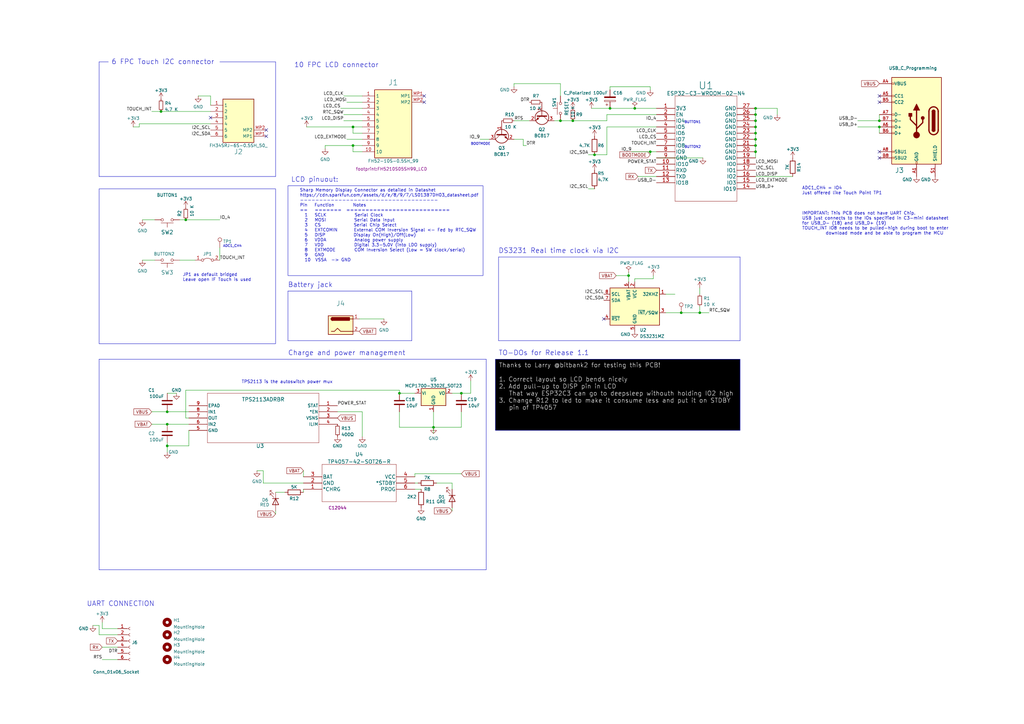
<source format=kicad_sch>
(kicad_sch (version 20230121) (generator eeschema)
  (paper "A3")
  (title_block (title "Sharp LCD 10 pin adapter with touch") (rev "1.1") (company "FASANI CORPORATION") (comment 3 "digital watch or similar project.") (comment 4 "This is an experimental project to make a small"))
  (lib_symbols
    (symbol "10_FPC:FH52-10S-0.5SH_99_"
      (property "Reference" "J" (at 21.59 7.62 0))
      (property "Value" "FH52-10S-0.5SH_99_" (at 21.59 5.08 0))
      (symbol "FH52-10S-0.5SH_99__1_1"
        (pin passive line (at 25.4 0 180) (length 5.08) (name "1") (number "1"))
        (pin passive line (at 25.4 -22.86 180) (length 5.08) (name "10") (number "10"))
        (pin passive line (at 25.4 -2.54 180) (length 5.08) (name "2") (number "2"))
        (pin passive line (at 25.4 -5.08 180) (length 5.08) (name "3") (number "3"))
        (pin passive line (at 25.4 -7.62 180) (length 5.08) (name "4") (number "4"))
        (pin passive line (at 25.4 -10.16 180) (length 5.08) (name "5") (number "5"))
        (pin passive line (at 25.4 -12.7 180) (length 5.08) (name "6") (number "6"))
        (pin passive line (at 25.4 -15.24 180) (length 5.08) (name "7") (number "7"))
        (pin passive line (at 25.4 -17.78 180) (length 5.08) (name "8") (number "8"))
        (pin passive line (at 25.4 -20.32 180) (length 5.08) (name "9") (number "9"))
        (pin passive line (at 0 0 0) (length 5.08) (name "MP1") (number "MP1"))
        (pin passive line (at 0 -2.54 0) (length 5.08) (name "MP2") (number "MP2"))
      )
    )
    (symbol "6_FPC:FH34SRJ-6S-0.5SH_50_"
      (property "Reference" "J" (at 19.05 7.62 0))
      (property "Value" "FH34SRJ-6S-0.5SH_50_" (at 19.05 5.08 0))
      (symbol "FH34SRJ-6S-0.5SH_50__1_1"
        (pin passive line (at 22.86 -12.7 180) (length 5.08) (name "1") (number "1"))
        (pin passive line (at 22.86 -10.16 180) (length 5.08) (name "2") (number "2"))
        (pin passive line (at 22.86 -7.62 180) (length 5.08) (name "3") (number "3"))
        (pin passive line (at 22.86 -5.08 180) (length 5.08) (name "4") (number "4"))
        (pin passive line (at 22.86 -2.54 180) (length 5.08) (name "5") (number "5"))
        (pin passive line (at 22.86 0 180) (length 5.08) (name "6") (number "6"))
        (pin passive line (at 0 0 0) (length 5.08) (name "MP1") (number "MP1"))
        (pin passive line (at 0 -2.54 0) (length 5.08) (name "MP2") (number "MP2"))
      )
    )
    (symbol "Connector:Conn_01x06_Socket" (pin_names (offset 1.016) hide)
      (property "Reference" "J" (at 0 7.62 0))
      (property "Value" "Conn_01x06_Socket" (at 0 -10.16 0))
      (symbol "Conn_01x06_Socket_1_1"
        (pin passive line (at -5.08 5.08 0) (length 3.81) (name "Pin_1") (number "1"))
        (pin passive line (at -5.08 2.54 0) (length 3.81) (name "Pin_2") (number "2"))
        (pin passive line (at -5.08 0 0) (length 3.81) (name "Pin_3") (number "3"))
        (pin passive line (at -5.08 -2.54 0) (length 3.81) (name "Pin_4") (number "4"))
        (pin passive line (at -5.08 -5.08 0) (length 3.81) (name "Pin_5") (number "5"))
        (pin passive line (at -5.08 -7.62 0) (length 3.81) (name "Pin_6") (number "6"))
      )
    )
    (symbol "Connector:Jack-DC" (pin_names (offset 1.016))
      (property "Reference" "J" (at 0 5.334 0))
      (property "Value" "Jack-DC" (at 0 -5.08 0))
      (symbol "Jack-DC_1_1"
        (pin passive line (at 7.62 2.54 180) (length 2.54) (name "~") (number "1"))
        (pin passive line (at 7.62 -2.54 180) (length 2.54) (name "~") (number "2"))
      )
    )
    (symbol "Connector:TestPoint" (pin_numbers hide) (pin_names (offset 0.762) hide)
      (property "Reference" "TP" (at 0 6.858 0))
      (property "Value" "TestPoint" (at 0 5.08 0))
      (symbol "TestPoint_1_1"
        (pin passive line (at 0 0 90) (length 2.54) (name "1") (number "1"))
      )
    )
    (symbol "Connector:USB_C_Receptacle_USB2.0" (pin_names (offset 1.016))
      (property "Reference" "J" (at -10.16 19.05 0))
      (property "Value" "USB_C_Receptacle_USB2.0" (at 19.05 19.05 0))
      (symbol "USB_C_Receptacle_USB2.0_1_1"
        (pin passive line (at 0 -22.86 90) (length 5.08) (name "GND") (number "A1"))
        (pin passive line (at 0 -22.86 90) (length 5.08) hide (name "GND") (number "A12"))
        (pin passive line (at 15.24 15.24 180) (length 5.08) (name "VBUS") (number "A4"))
        (pin bidirectional line (at 15.24 10.16 180) (length 5.08) (name "CC1") (number "A5"))
        (pin bidirectional line (at 15.24 -2.54 180) (length 5.08) (name "D+") (number "A6"))
        (pin bidirectional line (at 15.24 2.54 180) (length 5.08) (name "D-") (number "A7"))
        (pin bidirectional line (at 15.24 -12.7 180) (length 5.08) (name "SBU1") (number "A8"))
        (pin passive line (at 15.24 15.24 180) (length 5.08) hide (name "VBUS") (number "A9"))
        (pin passive line (at 0 -22.86 90) (length 5.08) hide (name "GND") (number "B1"))
        (pin passive line (at 0 -22.86 90) (length 5.08) hide (name "GND") (number "B12"))
        (pin passive line (at 15.24 15.24 180) (length 5.08) hide (name "VBUS") (number "B4"))
        (pin bidirectional line (at 15.24 7.62 180) (length 5.08) (name "CC2") (number "B5"))
        (pin bidirectional line (at 15.24 -5.08 180) (length 5.08) (name "D+") (number "B6"))
        (pin bidirectional line (at 15.24 0 180) (length 5.08) (name "D-") (number "B7"))
        (pin bidirectional line (at 15.24 -15.24 180) (length 5.08) (name "SBU2") (number "B8"))
        (pin passive line (at 15.24 15.24 180) (length 5.08) hide (name "VBUS") (number "B9"))
        (pin passive line (at -7.62 -22.86 90) (length 5.08) (name "SHIELD") (number "S1"))
      )
    )
    (symbol "Device:C" (pin_numbers hide) (pin_names (offset 0.254))
      (property "Reference" "C" (at 0.635 2.54 0))
      (property "Value" "C" (at 0.635 -2.54 0))
      (symbol "C_1_1"
        (pin passive line (at 0 3.81 270) (length 2.794) (name "~") (number "1"))
        (pin passive line (at 0 -3.81 90) (length 2.794) (name "~") (number "2"))
      )
    )
    (symbol "Device:C_Polarized" (pin_numbers hide) (pin_names (offset 0.254))
      (property "Reference" "C" (at 0.635 2.54 0))
      (property "Value" "C_Polarized" (at 0.635 -2.54 0))
      (symbol "C_Polarized_1_1"
        (pin passive line (at 0 3.81 270) (length 2.794) (name "~") (number "1"))
        (pin passive line (at 0 -3.81 90) (length 2.794) (name "~") (number "2"))
      )
    )
    (symbol "Device:LED" (pin_numbers hide) (pin_names (offset 1.016) hide)
      (property "Reference" "D" (at 0 2.54 0))
      (property "Value" "LED" (at 0 -2.54 0))
      (symbol "LED_1_1"
        (pin passive line (at -3.81 0 0) (length 2.54) (name "K") (number "1"))
        (pin passive line (at 3.81 0 180) (length 2.54) (name "A") (number "2"))
      )
    )
    (symbol "Device:R" (pin_numbers hide) (pin_names (offset 0))
      (property "Reference" "R" (at 2.032 0 90))
      (property "Value" "R" (at 0 0 90))
      (symbol "R_1_1"
        (pin passive line (at 0 3.81 270) (length 1.27) (name "~") (number "1"))
        (pin passive line (at 0 -3.81 90) (length 1.27) (name "~") (number "2"))
      )
    )
    (symbol "Device:R_Small" (pin_numbers hide) (pin_names (offset 0.254) hide)
      (property "Reference" "R" (at 0.762 0.508 0))
      (property "Value" "R_Small" (at 0.762 -1.016 0))
      (symbol "R_Small_1_1"
        (pin passive line (at 0 2.54 270) (length 0.762) (name "~") (number "1"))
        (pin passive line (at 0 -2.54 90) (length 0.762) (name "~") (number "2"))
      )
    )
    (symbol "ESP32-C3:ESP32-C3-WROOM-02-N4" (pin_names (offset 0.254))
      (property "Reference" "U" (at 20.32 10.16 0))
      (property "Value" "ESP32-C3-WROOM-02-N4" (at 20.32 7.62 0))
      (symbol "ESP32-C3-WROOM-02-N4_1_1"
        (pin unspecified line (at 0 0 0) (length 7.62) (name "3V3") (number "1"))
        (pin bidirectional line (at 0 -22.86 0) (length 7.62) (name "IO10") (number "10"))
        (pin unspecified line (at 0 -25.4 0) (length 7.62) (name "RXD") (number "11"))
        (pin unspecified line (at 0 -27.94 0) (length 7.62) (name "TXD") (number "12"))
        (pin bidirectional line (at 0 -30.48 0) (length 7.62) (name "IO18") (number "13"))
        (pin bidirectional line (at 40.64 -33.02 180) (length 7.62) (name "IO19") (number "14"))
        (pin bidirectional line (at 40.64 -30.48 180) (length 7.62) (name "IO3") (number "15"))
        (pin bidirectional line (at 40.64 -27.94 180) (length 7.62) (name "IO2") (number "16"))
        (pin bidirectional line (at 40.64 -25.4 180) (length 7.62) (name "IO1") (number "17"))
        (pin bidirectional line (at 40.64 -22.86 180) (length 7.62) (name "IO0") (number "18"))
        (pin power_in line (at 40.64 -20.32 180) (length 7.62) (name "GND") (number "19"))
        (pin unspecified line (at 0 -2.54 0) (length 7.62) (name "EN") (number "2"))
        (pin power_in line (at 40.64 -17.78 180) (length 7.62) (name "GND") (number "20"))
        (pin power_in line (at 40.64 -15.24 180) (length 7.62) (name "GND") (number "21"))
        (pin power_in line (at 40.64 -12.7 180) (length 7.62) (name "GND") (number "22"))
        (pin power_in line (at 40.64 -10.16 180) (length 7.62) (name "GND") (number "23"))
        (pin power_in line (at 40.64 -7.62 180) (length 7.62) (name "GND") (number "24"))
        (pin power_in line (at 40.64 -5.08 180) (length 7.62) (name "GND") (number "25"))
        (pin power_in line (at 40.64 -2.54 180) (length 7.62) (name "GND") (number "26"))
        (pin power_in line (at 40.64 0 180) (length 7.62) (name "GND") (number "27"))
        (pin bidirectional line (at 0 -5.08 0) (length 7.62) (name "IO4") (number "3"))
        (pin bidirectional line (at 0 -7.62 0) (length 7.62) (name "IO5") (number "4"))
        (pin bidirectional line (at 0 -10.16 0) (length 7.62) (name "IO6") (number "5"))
        (pin bidirectional line (at 0 -12.7 0) (length 7.62) (name "IO7") (number "6"))
        (pin bidirectional line (at 0 -15.24 0) (length 7.62) (name "IO8") (number "7"))
        (pin bidirectional line (at 0 -17.78 0) (length 7.62) (name "IO9") (number "8"))
        (pin power_in line (at 0 -20.32 0) (length 7.62) (name "GND") (number "9"))
      )
    )
    (symbol "GND_1" (power) (pin_names (offset 0))
      (property "Value" "GND_1" (at 0 -3.81 0))
      (symbol "GND_1_1_1"
        (pin power_in line (at 0 0 270) (length 0) hide (name "GND") (number "1"))
      )
    )
    (symbol "Jumper:Jumper_2_Bridged" (pin_names (offset 0) hide)
      (property "Reference" "JP" (at 0 1.905 0))
      (property "Value" "Jumper_2_Bridged" (at 0 -2.54 0))
      (symbol "Jumper_2_Bridged_1_1"
        (pin passive line (at -5.08 0 0) (length 2.54) (name "A") (number "1"))
        (pin passive line (at 5.08 0 180) (length 2.54) (name "B") (number "2"))
      )
    )
    (symbol "Mechanical:MountingHole" (pin_names (offset 1.016))
      (property "Reference" "H" (at 0 5.08 0))
      (property "Value" "MountingHole" (at 0 3.175 0))
    )
    (symbol "Regulator_Linear:MCP1700-3302E_SOT23" (pin_names (offset 0.254))
      (property "Reference" "U" (at -3.81 3.175 0))
      (property "Value" "MCP1700-3302E_SOT23" (at 0 3.175 0))
      (symbol "MCP1700-3302E_SOT23_1_1"
        (pin power_in line (at 0 -7.62 90) (length 2.54) (name "GND") (number "1"))
        (pin power_out line (at 7.62 0 180) (length 2.54) (name "VO") (number "2"))
        (pin power_in line (at -7.62 0 0) (length 2.54) (name "VI") (number "3"))
      )
    )
    (symbol "Switch:SW_Push" (pin_numbers hide) (pin_names (offset 1.016) hide)
      (property "Reference" "SW" (at 1.27 2.54 0))
      (property "Value" "SW_Push" (at 0 -1.524 0))
      (symbol "SW_Push_0_1"
        (pin passive line (at -5.08 0 0) (length 2.54) (name "1") (number "1"))
        (pin passive line (at 5.08 0 180) (length 2.54) (name "2") (number "2"))
      )
    )
    (symbol "TP4057:TP4057-42-SOT26-R" (pin_names (offset 0.254))
      (property "Reference" "U" (at 22.86 10.16 0))
      (property "Value" "TP4057-42-SOT26-R" (at 22.86 7.62 0))
      (symbol "TP4057-42-SOT26-R_1_1"
        (pin unspecified line (at 0 0 0) (length 7.62) (name "*CHRG") (number "1"))
        (pin power_in line (at 0 -2.54 0) (length 7.62) (name "GND") (number "2"))
        (pin unspecified line (at 0 -5.08 0) (length 7.62) (name "BAT") (number "3"))
        (pin power_in line (at 45.72 -5.08 180) (length 7.62) (name "VCC") (number "4"))
        (pin unspecified line (at 45.72 -2.54 180) (length 7.62) (name "*STDBY") (number "5"))
        (pin unspecified line (at 45.72 0 180) (length 7.62) (name "PROG") (number "6"))
      )
    )
    (symbol "TPS2113:TPS2113ADRBR" (pin_names (offset 0.254))
      (property "Reference" "U" (at 30.48 10.16 0))
      (property "Value" "TPS2113ADRBR" (at 30.48 7.62 0))
      (symbol "TPS2113ADRBR_0_1"
        (pin output line (at 0 0 0) (length 7.62) (name "STAT") (number "1"))
        (pin input line (at 0 -2.54 0) (length 7.62) (name "*EN") (number "2"))
        (pin input line (at 0 -5.08 0) (length 7.62) (name "VSNS") (number "3"))
        (pin input line (at 0 -7.62 0) (length 7.62) (name "ILIM") (number "4"))
        (pin power_in line (at 60.96 -10.16 180) (length 7.62) (name "GND") (number "5"))
        (pin input line (at 60.96 -7.62 180) (length 7.62) (name "IN2") (number "6"))
        (pin output line (at 60.96 -5.08 180) (length 7.62) (name "OUT") (number "7"))
        (pin input line (at 60.96 -2.54 180) (length 7.62) (name "IN1") (number "8"))
        (pin unspecified line (at 60.96 0 180) (length 7.62) (name "EPAD") (number "9"))
      )
    )
    (symbol "Timer_RTC:DS3231MZ"
      (property "Reference" "U" (at -7.62 8.89 0))
      (property "Value" "DS3231MZ" (at 11.43 8.89 0))
      (symbol "DS3231MZ_1_1"
        (pin open_collector line (at 12.7 5.08 180) (length 2.54) (name "32KHZ") (number "1"))
        (pin power_in line (at 0 10.16 270) (length 2.54) (name "VCC") (number "2"))
        (pin open_collector line (at 12.7 -2.54 180) (length 2.54) (name "~{INT}/SQW") (number "3"))
        (pin bidirectional line (at -12.7 -5.08 0) (length 2.54) (name "~{RST}") (number "4"))
        (pin power_in line (at 0 -10.16 90) (length 2.54) (name "GND") (number "5"))
        (pin power_in line (at -2.54 10.16 270) (length 2.54) (name "VBAT") (number "6"))
        (pin bidirectional line (at -12.7 2.54 0) (length 2.54) (name "SDA") (number "7"))
        (pin input line (at -12.7 5.08 0) (length 2.54) (name "SCL") (number "8"))
      )
    )
    (symbol "Transistor_BJT:BC817" (pin_names (offset 0) hide)
      (property "Reference" "Q" (at 5.08 1.905 0))
      (property "Value" "BC817" (at 5.08 0 0))
      (symbol "BC817_1_1"
        (pin input line (at -5.08 0 0) (length 5.715) (name "B") (number "1"))
        (pin passive line (at 2.54 -5.08 90) (length 2.54) (name "E") (number "2"))
        (pin passive line (at 2.54 5.08 270) (length 2.54) (name "C") (number "3"))
      )
    )
    (symbol "power:+3V3" (power) (pin_names (offset 0))
      (property "Value" "+3V3" (at 0 3.556 0))
      (symbol "+3V3_1_1"
        (pin power_in line (at 0 0 90) (length 0) hide (name "+3V3") (number "1"))
      )
    )
    (symbol "power:GND" (power) (pin_names (offset 0))
      (property "Value" "GND" (at 0 -3.81 0))
      (symbol "GND_1_1"
        (pin power_in line (at 0 0 270) (length 0) hide (name "GND") (number "1"))
      )
    )
    (symbol "power:PWR_FLAG" (power) (pin_numbers hide) (pin_names (offset 0) hide)
      (property "Value" "PWR_FLAG" (at 0 3.81 0))
      (symbol "PWR_FLAG_0_0"
        (pin power_out line (at 0 0 90) (length 0) (name "pwr") (number "1"))
      )
    )
  )
  (junction (at 234.95 49.53))
  (junction (at 309.88 46.99))
  (junction (at 309.88 59.69))
  (junction (at 250.19 44.45))
  (junction (at 163.83 161.29))
  (junction (at 266.7 62.23))
  (junction (at 257.81 113.03))
  (junction (at 260.35 44.45))
  (junction (at 68.58 182.88))
  (junction (at 76.2 90.17))
  (junction (at 309.88 52.07))
  (junction (at 144.78 59.69))
  (junction (at 68.58 168.91))
  (junction (at 309.88 62.23))
  (junction (at 189.23 161.29))
  (junction (at 177.8 175.26))
  (junction (at 243.84 63.5))
  (junction (at 229.87 49.53))
  (junction (at 279.4 128.27))
  (junction (at 360.68 49.53))
  (junction (at 287.02 128.27))
  (junction (at 309.88 57.15))
  (junction (at 309.88 54.61))
  (junction (at 68.58 173.99))
  (junction (at 144.78 52.07))
  (junction (at 309.88 49.53))
  (junction (at 309.88 44.45))
  (junction (at 360.68 52.07))
  (junction (at 66.04 45.72))
  (no_connect (at 247.65 130.81))
  (no_connect (at 360.68 41.91))
  (no_connect (at 173.99 39.37))
  (no_connect (at 109.22 53.34))
  (no_connect (at 360.68 62.23))
  (no_connect (at 360.68 64.77))
  (no_connect (at 109.22 55.88))
  (no_connect (at 360.68 39.37))
  (no_connect (at 173.99 41.91))
  (no_connect (at 86.36 48.26))
  (polyline (pts (xy 113.03 25.4) (xy 113.03 72.39)))
  (wire (pts (xy 139.7 44.45) (xy 148.59 44.45)))
  (wire (pts (xy 48.26 260.35) (xy 40.64 260.35)))
  (wire (pts (xy 273.05 120.65) (xy 276.86 120.65)))
  (wire (pts (xy 309.88 46.99) (xy 309.88 49.53)))
  (wire (pts (xy 40.64 256.54) (xy 38.1 256.54)))
  (wire (pts (xy 241.3 63.5) (xy 243.84 63.5)))
  (wire (pts (xy 57.15 50.8) (xy 57.15 52.07)))
  (wire (pts (xy 266.7 35.56) (xy 266.7 36.83)))
  (wire (pts (xy 68.58 182.88) (xy 77.47 182.88)))
  (wire (pts (xy 189.23 161.29) (xy 193.04 161.29)))
  (wire (pts (xy 287.02 128.27) (xy 290.83 128.27)))
  (wire (pts (xy 261.62 72.39) (xy 269.24 72.39)))
  (wire (pts (xy 177.8 168.91) (xy 177.8 175.26)))
  (wire (pts (xy 68.58 173.99) (xy 77.47 173.99)))
  (wire (pts (xy 266.7 62.23) (xy 269.24 62.23)))
  (wire (pts (xy 243.84 77.47) (xy 241.3 77.47)))
  (wire (pts (xy 229.87 34.29) (xy 210.82 34.29)))
  (wire (pts (xy 267.97 113.03) (xy 267.97 114.3)))
  (wire (pts (xy 77.47 171.45) (xy 76.2 171.45)))
  (wire (pts (xy 259.08 62.23) (xy 266.7 62.23)))
  (wire (pts (xy 62.23 168.91) (xy 68.58 168.91)))
  (polyline (pts (xy 40.64 25.4) (xy 44.45 25.4)))
  (wire (pts (xy 113.03 201.93) (xy 116.84 201.93)))
  (wire (pts (xy 41.91 270.51) (xy 48.26 270.51)))
  (polyline (pts (xy 118.11 119.38) (xy 168.91 119.38)))
  (wire (pts (xy 309.88 44.45) (xy 318.77 44.45)))
  (wire (pts (xy 287.02 118.11) (xy 287.02 120.65)))
  (wire (pts (xy 273.05 128.27) (xy 279.4 128.27)))
  (wire (pts (xy 269.24 44.45) (xy 260.35 44.45)))
  (polyline (pts (xy 90.17 25.4) (xy 113.03 25.4)))
  (wire (pts (xy 269.24 52.07) (xy 248.92 52.07)))
  (wire (pts (xy 309.88 52.07) (xy 309.88 54.61)))
  (wire (pts (xy 144.78 62.23) (xy 144.78 59.69)))
  (wire (pts (xy 177.8 175.26) (xy 189.23 175.26)))
  (wire (pts (xy 90.17 101.6) (xy 90.17 106.68)))
  (wire (pts (xy 248.92 52.07) (xy 248.92 63.5)))
  (wire (pts (xy 68.58 161.29) (xy 72.39 161.29)))
  (wire (pts (xy 185.42 209.55) (xy 185.42 208.28)))
  (wire (pts (xy 257.81 113.03) (xy 257.81 115.57)))
  (wire (pts (xy 142.24 41.91) (xy 148.59 41.91)))
  (wire (pts (xy 309.88 72.39) (xy 325.12 72.39)))
  (wire (pts (xy 148.59 62.23) (xy 144.78 62.23)))
  (wire (pts (xy 266.7 62.23) (xy 266.7 63.5)))
  (wire (pts (xy 86.36 50.8) (xy 57.15 50.8)))
  (wire (pts (xy 248.92 63.5) (xy 243.84 63.5)))
  (wire (pts (xy 125.73 52.07) (xy 144.78 52.07)))
  (wire (pts (xy 76.2 90.17) (xy 73.66 90.17)))
  (wire (pts (xy 309.88 44.45) (xy 309.88 46.99)))
  (wire (pts (xy 107.95 198.12) (xy 107.95 193.04)))
  (wire (pts (xy 193.04 161.29) (xy 193.04 156.21)))
  (wire (pts (xy 170.18 200.66) (xy 172.72 200.66)))
  (wire (pts (xy 250.19 44.45) (xy 260.35 44.45)))
  (wire (pts (xy 250.19 35.56) (xy 250.19 36.83)))
  (wire (pts (xy 189.23 175.26) (xy 189.23 168.91)))
  (wire (pts (xy 140.97 49.53) (xy 148.59 49.53)))
  (wire (pts (xy 133.35 59.69) (xy 133.35 60.96)))
  (polyline (pts (xy 303.53 139.7) (xy 303.53 105.41)))
  (wire (pts (xy 68.58 185.42) (xy 68.58 182.88)))
  (wire (pts (xy 40.64 260.35) (xy 40.64 256.54)))
  (wire (pts (xy 113.03 210.82) (xy 113.03 209.55)))
  (polyline (pts (xy 204.47 105.41) (xy 204.47 139.7)))
  (polyline (pts (xy 204.47 139.7) (xy 303.53 139.7)))
  (wire (pts (xy 309.88 62.23) (xy 309.88 64.77)))
  (polyline (pts (xy 113.03 72.39) (xy 40.64 72.39)))
  (wire (pts (xy 163.83 160.02) (xy 163.83 161.29)))
  (wire (pts (xy 242.57 44.45) (xy 250.19 44.45)))
  (wire (pts (xy 210.82 49.53) (xy 217.17 49.53)))
  (wire (pts (xy 257.81 111.76) (xy 257.81 113.03)))
  (wire (pts (xy 163.83 161.29) (xy 170.18 161.29)))
  (wire (pts (xy 248.92 46.99) (xy 248.92 49.53)))
  (wire (pts (xy 138.43 168.91) (xy 148.59 168.91)))
  (wire (pts (xy 288.29 64.77) (xy 269.24 64.77)))
  (polyline (pts (xy 40.64 72.39) (xy 40.64 25.4)))
  (polyline (pts (xy 40.64 147.32) (xy 40.64 233.68)))
  (wire (pts (xy 309.88 54.61) (xy 309.88 57.15)))
  (polyline (pts (xy 168.91 139.7) (xy 118.11 139.7)))
  (wire (pts (xy 144.78 52.07) (xy 148.59 52.07)))
  (wire (pts (xy 58.42 90.17) (xy 63.5 90.17)))
  (wire (pts (xy 41.91 257.81) (xy 48.26 257.81)))
  (wire (pts (xy 76.2 160.02) (xy 163.83 160.02)))
  (wire (pts (xy 73.66 106.68) (xy 80.01 106.68)))
  (wire (pts (xy 266.7 35.56) (xy 250.19 35.56)))
  (wire (pts (xy 179.07 198.12) (xy 185.42 198.12)))
  (wire (pts (xy 196.85 57.15) (xy 200.66 57.15)))
  (wire (pts (xy 351.79 49.53) (xy 360.68 49.53)))
  (wire (pts (xy 229.87 49.53) (xy 234.95 49.53)))
  (wire (pts (xy 309.88 57.15) (xy 309.88 59.69)))
  (wire (pts (xy 229.87 39.37) (xy 229.87 34.29)))
  (wire (pts (xy 107.95 198.12) (xy 124.46 198.12)))
  (wire (pts (xy 171.45 198.12) (xy 170.18 198.12)))
  (wire (pts (xy 41.91 265.43) (xy 48.26 265.43)))
  (polyline (pts (xy 40.64 147.32) (xy 199.39 147.32)))
  (wire (pts (xy 81.28 39.37) (xy 86.36 39.37)))
  (polyline (pts (xy 168.91 119.38) (xy 168.91 139.7)))
  (wire (pts (xy 185.42 161.29) (xy 189.23 161.29)))
  (wire (pts (xy 177.8 175.26) (xy 177.8 177.8)))
  (wire (pts (xy 351.79 52.07) (xy 360.68 52.07)))
  (wire (pts (xy 58.42 106.68) (xy 63.5 106.68)))
  (polyline (pts (xy 204.47 105.41) (xy 303.53 105.41)))
  (wire (pts (xy 62.23 45.72) (xy 66.04 45.72)))
  (wire (pts (xy 267.97 114.3) (xy 260.35 114.3)))
  (wire (pts (xy 68.58 182.88) (xy 68.58 181.61)))
  (wire (pts (xy 214.63 59.69) (xy 214.63 57.15)))
  (wire (pts (xy 227.33 49.53) (xy 229.87 49.53)))
  (wire (pts (xy 163.83 168.91) (xy 163.83 175.26)))
  (wire (pts (xy 57.15 52.07) (xy 54.61 52.07)))
  (wire (pts (xy 90.17 90.17) (xy 76.2 90.17)))
  (wire (pts (xy 260.35 114.3) (xy 260.35 115.57)))
  (wire (pts (xy 360.68 52.07) (xy 360.68 54.61)))
  (wire (pts (xy 148.59 168.91) (xy 148.59 179.07)))
  (wire (pts (xy 124.46 193.04) (xy 124.46 195.58)))
  (wire (pts (xy 66.04 45.72) (xy 86.36 45.72)))
  (wire (pts (xy 215.9 59.69) (xy 214.63 59.69)))
  (wire (pts (xy 170.18 194.31) (xy 170.18 195.58)))
  (wire (pts (xy 41.91 255.27) (xy 41.91 257.81)))
  (wire (pts (xy 62.23 173.99) (xy 68.58 173.99)))
  (wire (pts (xy 189.23 194.31) (xy 170.18 194.31)))
  (wire (pts (xy 86.36 39.37) (xy 86.36 43.18)))
  (polyline (pts (xy 118.11 119.38) (xy 118.11 139.7)))
  (polyline (pts (xy 40.64 233.68) (xy 199.39 233.68)))
  (wire (pts (xy 309.88 59.69) (xy 309.88 62.23)))
  (wire (pts (xy 318.77 44.45) (xy 318.77 46.99)))
  (wire (pts (xy 210.82 34.29) (xy 210.82 35.56)))
  (wire (pts (xy 68.58 168.91) (xy 77.47 168.91)))
  (wire (pts (xy 185.42 198.12) (xy 185.42 200.66)))
  (wire (pts (xy 76.2 171.45) (xy 76.2 160.02)))
  (wire (pts (xy 360.68 49.53) (xy 360.68 46.99)))
  (wire (pts (xy 140.97 46.99) (xy 148.59 46.99)))
  (wire (pts (xy 144.78 59.69) (xy 133.35 59.69)))
  (wire (pts (xy 147.32 130.81) (xy 157.48 130.81)))
  (wire (pts (xy 124.46 201.93) (xy 124.46 200.66)))
  (wire (pts (xy 144.78 54.61) (xy 144.78 52.07)))
  (wire (pts (xy 140.97 39.37) (xy 148.59 39.37)))
  (wire (pts (xy 148.59 59.69) (xy 144.78 59.69)))
  (wire (pts (xy 252.73 113.03) (xy 257.81 113.03)))
  (polyline (pts (xy 199.39 233.68) (xy 199.39 147.32)))
  (wire (pts (xy 163.83 175.26) (xy 177.8 175.26)))
  (wire (pts (xy 210.82 57.15) (xy 214.63 57.15)))
  (wire (pts (xy 309.88 49.53) (xy 309.88 52.07)))
  (wire (pts (xy 142.24 57.15) (xy 148.59 57.15)))
  (wire (pts (xy 269.24 46.99) (xy 248.92 46.99)))
  (wire (pts (xy 148.59 54.61) (xy 144.78 54.61)))
  (wire (pts (xy 107.95 193.04) (xy 105.41 193.04)))
  (wire (pts (xy 248.92 49.53) (xy 234.95 49.53)))
  (wire (pts (xy 287.02 125.73) (xy 287.02 128.27)))
  (wire (pts (xy 77.47 182.88) (xy 77.47 176.53)))
  (wire (pts (xy 279.4 128.27) (xy 287.02 128.27)))
  (rectangle (start 40.64 77.47) (end 113.03 140.97))
  (text_box "Thanks to Larry @bitbank2 for testing this PCB!\n\n1. Correct layout so LCD bends nicely\n2. Add pull-up to DISP pin in LCD \n   That way ESP32C3 can go to deepsleep withouth holding IO2 high\n3. Change R12 to led to make it consume less and put it on STDBY\n   pin of TP4057\n" (at 203.2 147.32 0) (size 100.33 29.21) (fill (type color) (color 0 0 0 1)) (effects (font (size 1.8 1.8)) (justify left top)))
  (text_box "    Sharp Memory Display Connector as detailed in Datashet\n    https://cdn.sparkfun.com/assets/d/e/8/9/7/LS013B7DH03_datasheet.pdf\n    ------------------------------------\n    Pin   Function        Notes\n    ==   =======  ===========================\n      1   SCLK            Serial Clock\n      2   MOSI            Serial Data Input\n      3   CS              Serial Chip Select\n      4   EXTCOMIN       External COM Inversion Signal <- Fed by RTC_SQW\n      5   DISP            Display On(High)/Off(Low)\n      6   VDDA            Analog power supply\n      7   VDD             Digital 3.3-5.0V (into LDO supply)\n      8   EXTMODE        COM Inversion Select (Low = SW clock/serial)\n      9   GND\n      10  VSSA  -> GND" (at 118.11 76.2 0) (size 80.01 36.83) (effects (font (size 1.27 1.27)) (justify left top)))
  (text "TPS2113 is the autoswitch power mux" (at 99.06 157.48 0) (effects (font (size 1.27 1.27)) (justify left bottom)))
  (text "DS3231 Real time clock via I2C" (at 204.47 104.14 0) (effects (font (size 2 2)) (justify left bottom)))
  (text "UART CONNECTION" (at 35.56 248.92 0) (effects (font (size 2 2)) (justify left bottom)))
  (text "10 FPC LCD connector" (at 120.65 27.94 0) (effects (font (size 2 2)) (justify left bottom)))
  (text "JP1 as default bridged\nLeave open IF Touch is used" (at 74.93 115.57 0) (effects (font (size 1.27 1.27)) (justify left bottom)))
  (text "TO-DOs for Release 1.1" (at 204.47 146.05 0) (effects (font (size 2 2)) (justify left bottom)))
  (text "Battery jack" (at 118.11 118.11 0) (effects (font (size 2 2)) (justify left bottom)))
  (text "ADC1_CH4" (at 91.44 101.6 0) (effects (font (size 1 1)) (justify left bottom)))
  (text "BUTTON2" (at 280.67 60.96 0) (effects (font (size 1 1)) (justify left bottom)))
  (text "LCD pinuout:" (at 119.38 74.93 0) (effects (font (size 2 2)) (justify left bottom)))
  (text "6 FPC Touch I2C connector" (at 45.72 26.67 0) (effects (font (size 2 2)) (justify left bottom)))
  (text "BOOTMODE" (at 193.04 59.69 0) (effects (font (size 1 1)) (justify left bottom)))
  (text "ADC1_CH4 = IO4\nJust offered like Touch Point TP1" (at 328.93 80.01 0) (effects (font (size 1.27 1.27)) (justify left bottom)))
  (text "IMPORTANT: This PCB does not have UART Chip.\nUSB just connects to the IOs specified in C3-mini datasheet\nfor USB_D- (18) and USB_D+ (19)\nTOUCH_INT IO8 needs to be pulled-high during boot to enter\n          download mode and be able to program the MCU" (at 328.93 96.52 0) (effects (font (size 1.27 1.27)) (justify left bottom)))
  (text "Charge and power management" (at 118.11 146.05 0) (effects (font (size 2 2)) (justify left bottom)))
  (text "BUTTON1" (at 280.67 50.8 0) (effects (font (size 1 1)) (justify left bottom)))
  (label "I2C_SCL" (at 241.3 77.47 180))
  (label "DTR" (at 217.17 41.91 180))
  (label "DTR" (at 48.26 267.97 180))
  (label "DTR" (at 215.9 59.69 0))
  (label "IO_9" (at 259.08 62.23 180))
  (label "RTS" (at 214.63 49.53 180))
  (label "IO_9" (at 196.85 57.15 180))
  (label "LCD_CLK" (at 140.97 39.37 180))
  (label "LCD_EXTMODE" (at 142.24 57.15 180))
  (label "POWER_STAT" (at 269.24 67.31 180))
  (label "RTC_SQW" (at 290.83 128.27 0))
  (label "RTC_SQW" (at 140.97 46.99 180))
  (label "USB_D+" (at 351.79 52.07 180))
  (label "I2C_SCL" (at 86.36 53.34 180))
  (label "TOUCH_INT" (at 90.17 106.68 0))
  (label "I2C_SDA" (at 241.3 63.5 180))
  (label "LCD_CS" (at 139.7 44.45 180))
  (label "IO_4" (at 90.17 90.17 0))
  (label "LCD_CLK" (at 269.24 54.61 180))
  (label "I2C_SDA" (at 86.36 55.88 180))
  (label "LCD_MOSI" (at 142.24 41.91 180))
  (label "POWER_STAT" (at 138.43 166.37 0))
  (label "USB_D-" (at 351.79 49.53 180))
  (label "I2C_SDA" (at 247.65 123.19 180))
  (label "LCD_CS" (at 269.24 57.15 180))
  (label "LCD_DISP" (at 140.97 49.53 180))
  (label "I2C_SCL" (at 247.65 120.65 180))
  (label "I2C_SCL" (at 309.88 69.85 0))
  (label "LCD_DISP" (at 309.88 72.39 0))
  (label "USB_D+" (at 309.88 77.47 0))
  (label "USB_D-" (at 269.24 74.93 180))
  (label "TOUCH_INT" (at 269.24 59.69 180))
  (label "IO_4" (at 269.24 49.53 180))
  (label "LCD_EXTMODE" (at 309.88 74.93 0))
  (label "LCD_MOSI" (at 309.88 67.31 0))
  (label "TOUCH_INT" (at 62.23 45.72 180))
  (label "RTS" (at 41.91 270.51 180))
  (global_label "TX" (shape input) (at 48.26 262.89 180) (property "Intersheetrefs" "${INTERSHEET_REFS}" (effects hide)))
  (global_label "TX" (shape input) (at 269.24 69.85 180) (property "Intersheetrefs" "${INTERSHEET_REFS}" (effects hide)))
  (global_label "VBUS" (shape input) (at 62.23 168.91 180) (property "Intersheetrefs" "${INTERSHEET_REFS}" (effects hide)))
  (global_label "RX" (shape input) (at 261.62 72.39 180) (property "Intersheetrefs" "${INTERSHEET_REFS}" (effects hide)))
  (global_label "RX" (shape input) (at 41.91 265.43 180) (property "Intersheetrefs" "${INTERSHEET_REFS}" (effects hide)))
  (global_label "VBUS" (shape input) (at 138.43 171.45 0) (property "Intersheetrefs" "${INTERSHEET_REFS}" (effects hide)))
  (global_label "VBAT" (shape input) (at 252.73 113.03 180) (property "Intersheetrefs" "${INTERSHEET_REFS}" (effects hide)))
  (global_label "VBAT" (shape input) (at 147.32 135.89 0) (property "Intersheetrefs" "${INTERSHEET_REFS}" (effects hide)))
  (global_label "VBUS" (shape input) (at 360.68 34.29 180) (property "Intersheetrefs" "${INTERSHEET_REFS}" (effects hide)))
  (global_label "VBAT" (shape input) (at 124.46 193.04 180) (property "Intersheetrefs" "${INTERSHEET_REFS}" (effects hide)))
  (global_label "VBUS" (shape input) (at 185.42 209.55 180) (property "Intersheetrefs" "${INTERSHEET_REFS}" (effects hide)))
  (global_label "VBUS" (shape input) (at 113.03 210.82 180) (property "Intersheetrefs" "${INTERSHEET_REFS}" (effects hide)))
  (global_label "VBAT" (shape input) (at 62.23 173.99 180) (property "Intersheetrefs" "${INTERSHEET_REFS}" (effects hide)))
  (global_label "VBUS" (shape input) (at 189.23 194.31 0) (property "Intersheetrefs" "${INTERSHEET_REFS}" (effects hide)))
  (global_label "BOOTMODE" (shape input) (at 266.7 63.5 180) (property "Intersheetrefs" "${INTERSHEET_REFS}" (effects hide)))
  (symbol (lib_id "Device:C") (at 163.83 165.1 0) (unit 1)
    (property "Reference" "C18" (at 170.18 163.83 0) (effects (justify right)))
    (property "Value" "10uF" (at 171.45 166.37 0) (effects (justify right)))
    (property "Footprint" "Capacitor_SMD:C_0805_2012Metric" (effects hide))
    (property "LCSC" "C15850" (effects hide))
  )
  (symbol (lib_id "power:GND") (at 157.48 130.81 0) (unit 1)
    (property "Reference" "#PWR033" (effects hide))
    (property "Value" "GND" (at 157.48 135.3725 0))
  )
  (symbol (lib_id "power:GND") (at 148.59 179.07 0) (unit 1)
    (property "Reference" "#PWR026" (effects hide))
    (property "Value" "GND" (at 148.59 182.88 0))
  )
  (symbol (lib_id "power:+3V3") (at 243.84 69.85 0) (unit 1)
    (property "Reference" "#PWR011" (effects hide))
    (property "Value" "+3V3" (at 243.84 66.2742 0))
  )
  (symbol (lib_id "power:+3V3") (at 234.95 44.45 0) (unit 1)
    (property "Reference" "#PWR027" (effects hide))
    (property "Value" "+3V3" (at 234.95 40.8742 0))
  )
  (symbol (lib_id "power:+3V3") (at 243.84 55.88 0) (unit 1)
    (property "Reference" "#PWR010" (effects hide))
    (property "Value" "+3V3" (at 243.84 52.3042 0))
  )
  (symbol (lib_id "Transistor_BJT:BC817") (at 222.25 46.99 270) (unit 1)
    (property "Reference" "Q2" (at 222.25 53.1098 90))
    (property "Value" "BC817" (at 222.25 55.6467 90))
    (property "Footprint" "Package_TO_SOT_SMD:SOT-23" (effects hide))
    (property "Datasheet" "https://www.onsemi.com/pub/Collateral/BC818-D.pdf" (effects hide))
    (property "LCSC" "C146798" (effects hide))
  )
  (symbol (lib_id "6_FPC:FH34SRJ-6S-0.5SH_50_") (at 109.22 55.88 180) (unit 1)
    (property "Reference" "J2" (at 97.79 62.23 0) (effects (font (size 2 2))))
    (property "Value" "FH34SRJ-6S-0.5SH_50_" (at 97.79 59.69 0))
    (property "Footprint" "footprint:FH34SRJ-6S-0.5SH50-Hirose" (effects hide))
    (property "Datasheet" "https://www.hirose.com/product/download/?distributor=digikey&type=2d&lang=en&num=FH34SRJ-6S-0.5SH(50)" (effects hide))
    (property "Height" "1.1" (effects hide))
    (property "Manufacturer_Name" "Hirose" (effects hide))
    (property "Manufacturer_Part_Number" "FH34SRJ-6S-0.5SH(50)" (effects hide))
    (property "JLCPCB Part #" "C224194" (effects hide))
    (property "Mouser Price/Stock" "https://www.mouser.co.uk/ProductDetail/Hirose-Connector/FH34SRJ-6S-0.5SH50?qs=vnk2wBG9e15jF3vv7p0sbw%3D%3D" (effects hide))
  )
  (symbol (lib_id "Switch:SW_Push") (at 68.58 106.68 180) (unit 1)
    (property "Reference" "SW3" (at 68.58 111.76 0) (effects (font (size 1.6 1.6))))
    (property "Value" "BUTTON2" (at 67.31 104.14 0))
    (property "Footprint" "footprint:Alps_SKRK" (effects hide))
    (property "LCSC" " C202388" (effects hide))
  )
  (symbol (lib_id "Device:R_Small") (at 234.95 46.99 0) (unit 1)
    (property "Reference" "R9" (at 236.22 46.99 0) (effects (justify left)))
    (property "Value" "10 K" (at 234.95 48.26 90) (effects (justify left)))
    (property "Footprint" "Resistor_SMD:R_0603_1608Metric" (effects hide))
    (property "Datasheet" "https://datasheet.lcsc.com/lcsc/2206010045_UNI-ROYAL-Uniroyal-Elec-0603WAF1002T5E_C25804.pdf" (effects hide))
    (property "LCSC" "C25804" (effects hide))
  )
  (symbol (lib_id "TP4057:TP4057-42-SOT26-R") (at 124.46 200.66 0) (mirror x) (unit 1)
    (property "Reference" "U4" (at 147.32 186.3524 0) (effects (font (size 1.524 1.524))))
    (property "Value" "TP4057-42-SOT26-R" (at 147.32 189.3458 0) (effects (font (size 1.524 1.524))))
    (property "Footprint" "footprint:TP4057-42-SOT26-R" (effects hide))
    (property "Datasheet" "https://jlcpcb.com/partdetail/12599-TP4057_42_SOT26R/C12044" (effects hide))
    (property "LCSC" "C12044" (at 138.43 208.28 0))
  )
  (symbol (lib_id "power:+3V3") (at 325.12 64.77 0) (unit 1)
    (property "Reference" "#PWR019" (effects hide))
    (property "Value" "+3V3" (at 325.12 61.1942 0))
  )
  (symbol (lib_id "power:GND") (at 210.82 35.56 0) (unit 1)
    (property "Reference" "#PWR023" (effects hide))
    (property "Value" "GND" (at 207.01 36.83 0))
  )
  (symbol (lib_id "TPS2113:TPS2113ADRBR") (at 138.43 166.37 0) (mirror y) (unit 1)
    (property "Reference" "U3" (at 106.68 182.88 0) (effects (font (size 1.524 1.524))))
    (property "Value" "TPS2113ADRBR" (at 107.95 163.83 0) (effects (font (size 1.524 1.524))))
    (property "Footprint" "DRB8_2P4X1P65" (effects hide))
    (property "Datasheet" "TPS2113ADRBR" (effects hide))
  )
  (symbol (lib_id "Device:R") (at 120.65 201.93 90) (unit 1)
    (property "Reference" "R12" (at 120.65 204.47 90))
    (property "Value" "5K" (at 120.65 199.7511 90))
    (property "Footprint" "Resistor_SMD:R_0603_1608Metric" (effects hide))
    (property "LCSC" "C23046" (effects hide))
  )
  (symbol (lib_id "power:PWR_FLAG") (at 257.81 111.76 0) (unit 1)
    (property "Reference" "#FLG01" (effects hide))
    (property "Value" "PWR_FLAG" (at 259.08 107.95 0))
  )
  (symbol (lib_id "Connector:Jack-DC") (at 139.7 133.35 0) (unit 1)
    (property "Reference" "J4" (at 139.7 124.46 0) (effects (font (size 2 2))))
    (property "Value" "Jack-DC" (effects hide))
    (property "Footprint" "Connector_JST:JST_ACH_BM02B-ACHSS-GAN-ETF_1x02-1MP_P1.20mm_Vertical" (effects hide))
  )
  (symbol (lib_name "GND_1") (lib_id "power:GND") (at 375.92 72.39 0) (unit 1)
    (property "Reference" "#PWR031" (effects hide))
    (property "Value" "GND" (at 372.11 73.66 0))
  )
  (symbol (lib_id "power:GND") (at 266.7 36.83 0) (unit 1)
    (property "Reference" "#PWR028" (effects hide))
    (property "Value" "GND" (at 262.89 38.1 0))
  )
  (symbol (lib_id "power:GND") (at 138.43 179.07 0) (unit 1)
    (property "Reference" "#PWR025" (effects hide))
    (property "Value" "GND" (at 138.43 182.88 0))
  )
  (symbol (lib_id "Device:R") (at 325.12 68.58 180) (unit 1)
    (property "Reference" "R14" (at 327.66 68.58 90))
    (property "Value" "7K" (at 322.9411 68.58 90))
    (property "Footprint" "Resistor_SMD:R_0603_1608Metric" (effects hide))
    (property "Datasheet" "https://jlcpcb.com/partdetail/VikingTech-ARG03FTC6981/C218131" (effects hide))
    (property "LCSC" "C218131" (effects hide))
  )
  (symbol (lib_id "Device:R_Small") (at 219.71 41.91 270) (unit 1)
    (property "Reference" "R7" (at 218.44 39.37 90) (effects (justify left)))
    (property "Value" "10 K" (at 217.17 44.45 90) (effects (justify left)))
    (property "Footprint" "Resistor_SMD:R_0603_1608Metric" (effects hide))
    (property "Datasheet" "https://datasheet.lcsc.com/lcsc/2206010045_UNI-ROYAL-Uniroyal-Elec-0603WAF1002T5E_C25804.pdf" (effects hide))
    (property "LCSC" "C25804" (effects hide))
  )
  (symbol (lib_id "Mechanical:MountingHole") (at 68.58 260.35 0) (unit 1) (in_bom no)
    (property "Reference" "H2" (at 71.12 259.4415 0) (effects (justify left)))
    (property "Value" "MountingHole" (at 71.12 262.2166 0) (effects (justify left)))
    (property "Footprint" "MountingHole:MountingHole_2.1mm" (effects hide))
  )
  (symbol (lib_id "power:GND") (at 177.8 175.26 0) (unit 1)
    (property "Reference" "#PWR0106" (effects hide))
    (property "Value" "GND" (at 177.8 179.8225 0))
  )
  (symbol (lib_id "Device:LED") (at 113.03 205.74 270) (unit 1)
    (property "Reference" "D6" (at 110.109 205.061 90) (effects (justify right)))
    (property "Value" "RED" (at 110.49 207.01 90) (effects (justify right)))
    (property "Footprint" "LED_SMD:LED_0805_2012Metric" (effects hide))
    (property "Datasheet" "https://jlcpcb.com/partdetail/85425-NCD0805R1/C84256" (effects hide))
    (property "LCSC" "C84256" (effects hide))
  )
  (symbol (lib_id "Transistor_BJT:BC817") (at 205.74 54.61 90) (mirror x) (unit 1)
    (property "Reference" "Q3" (at 205.74 60.7298 90))
    (property "Value" "BC817" (at 205.74 63.2667 90))
    (property "Footprint" "Package_TO_SOT_SMD:SOT-23" (effects hide))
    (property "Datasheet" "https://www.onsemi.com/pub/Collateral/BC818-D.pdf" (effects hide))
    (property "LCSC" "C146798" (effects hide))
  )
  (symbol (lib_id "power:GND") (at 288.29 64.77 0) (unit 1)
    (property "Reference" "#PWR018" (effects hide))
    (property "Value" "GND" (at 284.48 66.04 0))
  )
  (symbol (lib_id "power:GND") (at 58.42 90.17 0) (unit 1)
    (property "Reference" "#PWR04" (effects hide))
    (property "Value" "GND" (at 58.42 94.6134 0))
  )
  (symbol (lib_id "ESP32-C3:ESP32-C3-WROOM-02-N4") (at 269.24 44.45 0) (unit 1)
    (property "Reference" "U1" (at 289.56 35.0817 0) (effects (font (size 3 3))))
    (property "Value" "ESP32-C3-WROOM-02-N4" (at 289.56 38.3046 0) (effects (font (size 1.524 1.524))))
    (property "Footprint" "footprint:ESP32-C3-WROOM-02-N4" (effects hide))
  )
  (symbol (lib_id "power:+3V3") (at 287.02 118.11 0) (unit 1)
    (property "Reference" "#PWR08" (effects hide))
    (property "Value" "+3V3" (at 287.02 114.5342 0))
  )
  (symbol (lib_id "power:+3V3") (at 242.57 44.45 0) (unit 1)
    (property "Reference" "#PWR0103" (effects hide))
    (property "Value" "+3V3" (at 242.57 40.8742 0))
  )
  (symbol (lib_id "Device:R_Small") (at 76.2 87.63 0) (unit 1)
    (property "Reference" "R2" (at 73.66 88.9 90) (effects (justify left)))
    (property "Value" "10 K" (at 78.74 88.9 90) (effects (justify left)))
    (property "Footprint" "Resistor_SMD:R_0603_1608Metric" (effects hide))
    (property "Datasheet" "https://datasheet.lcsc.com/lcsc/2206010045_UNI-ROYAL-Uniroyal-Elec-0603WAF1002T5E_C25804.pdf" (effects hide))
    (property "LCSC" "C25804" (effects hide))
  )
  (symbol (lib_id "Mechanical:MountingHole") (at 68.58 270.51 0) (unit 1) (in_bom no)
    (property "Reference" "H4" (at 71.12 269.6015 0) (effects (justify left)))
    (property "Value" "MountingHole" (at 71.12 272.3766 0) (effects (justify left)))
    (property "Footprint" "MountingHole:MountingHole_2.1mm" (effects hide))
  )
  (symbol (lib_id "Switch:SW_Push") (at 229.87 44.45 90) (unit 1)
    (property "Reference" "SW1" (at 227.33 41.91 0))
    (property "Value" "RESET" (at 232.41 44.45 0))
    (property "Footprint" "footprint:Alps_SKRK" (effects hide))
    (property "LCSC" " C202388" (effects hide))
  )
  (symbol (lib_id "power:+3V3") (at 76.2 85.09 0) (unit 1)
    (property "Reference" "#PWR01" (effects hide))
    (property "Value" "+3V3" (at 76.2 81.5142 0))
  )
  (symbol (lib_id "Device:R_Small") (at 138.43 176.53 0) (unit 1)
    (property "Reference" "R13" (at 139.9286 175.6953 0) (effects (justify left)))
    (property "Value" "400Ω" (at 139.9286 178.2322 0) (effects (justify left)))
    (property "Footprint" "Resistor_SMD:R_0603_1608Metric" (effects hide))
    (property "LCSC" "C23151" (effects hide))
  )
  (symbol (lib_id "Regulator_Linear:MCP1700-3302E_SOT23") (at 177.8 161.29 0) (unit 1)
    (property "Reference" "U5" (at 177.8 155.6852 0))
    (property "Value" "MCP1700-3302E_SOT23" (at 177.8 158.2221 0))
    (property "Footprint" "Package_TO_SOT_SMD:SOT-23" (effects hide))
    (property "Datasheet" "http://ww1.microchip.com/downloads/en/DeviceDoc/20001826D.pdf" (effects hide))
    (property "LCSC" "C39051" (effects hide))
  )
  (symbol (lib_id "power:GND") (at 133.35 60.96 0) (unit 1)
    (property "Reference" "#PWR02" (effects hide))
    (property "Value" "GND" (at 133.35 65.4034 0))
  )
  (symbol (lib_id "Device:C") (at 68.58 177.8 0) (unit 1)
    (property "Reference" "C2" (at 63.5 177.8 0) (effects (justify right)))
    (property "Value" "100uF" (at 67.31 180.34 0) (effects (justify right)))
    (property "Footprint" "Capacitor_SMD:C_0805_2012Metric" (effects hide))
    (property "LCSC" "C49678" (effects hide))
  )
  (symbol (lib_id "Switch:SW_Push") (at 68.58 90.17 180) (unit 1)
    (property "Reference" "SW2" (at 68.58 95.25 0) (effects (font (size 1.6 1.6))))
    (property "Value" "BUTTON1" (at 68.58 80.01 0))
    (property "Footprint" "footprint:Alps_SKRK" (effects hide))
    (property "LCSC" " C202388" (effects hide))
  )
  (symbol (lib_id "Timer_RTC:DS3231MZ") (at 260.35 125.73 0) (unit 1)
    (property "Reference" "U2" (at 262.3694 135.3804 0) (effects (justify left)))
    (property "Value" "DS3231MZ" (at 262.3694 137.9173 0) (effects (justify left)))
    (property "Footprint" "Package_SO:SOIC-8_3.9x4.9mm_P1.27mm" (effects hide))
    (property "Datasheet" "http://datasheets.maximintegrated.com/en/ds/DS3231M.pdf" (effects hide))
    (property "LCSC" "C107410" (effects hide))
  )
  (symbol (lib_id "power:GND") (at 68.58 185.42 0) (unit 1)
    (property "Reference" "#PWR024" (effects hide))
    (property "Value" "GND" (at 71.12 185.42 0))
  )
  (symbol (lib_id "power:+3V3") (at 54.61 52.07 0) (unit 1)
    (property "Reference" "#PWR021" (effects hide))
    (property "Value" "+3V3" (at 54.61 48.4942 0))
  )
  (symbol (lib_id "Mechanical:MountingHole") (at 68.58 255.27 0) (unit 1) (in_bom no)
    (property "Reference" "H1" (at 71.12 254.3615 0) (effects (justify left)))
    (property "Value" "MountingHole" (at 71.12 257.1366 0) (effects (justify left)))
    (property "Footprint" "MountingHole:MountingHole_2.1mm" (effects hide))
  )
  (symbol (lib_id "Device:R_Small") (at 208.28 49.53 270) (unit 1)
    (property "Reference" "R10" (at 207.01 46.99 90) (effects (justify left)))
    (property "Value" "10 K" (at 207.01 52.07 90) (effects (justify left)))
    (property "Footprint" "Resistor_SMD:R_0603_1608Metric" (effects hide))
    (property "Datasheet" "https://datasheet.lcsc.com/lcsc/2206010045_UNI-ROYAL-Uniroyal-Elec-0603WAF1002T5E_C25804.pdf" (effects hide))
    (property "LCSC" "C25804" (effects hide))
  )
  (symbol (lib_id "Device:C") (at 68.58 165.1 0) (unit 1)
    (property "Reference" "C1" (at 63.5 160.02 0) (effects (justify right)))
    (property "Value" "100uF" (at 67.31 162.56 0) (effects (justify right)))
    (property "Footprint" "Capacitor_SMD:C_0805_2012Metric" (effects hide))
    (property "LCSC" "C49678" (effects hide))
  )
  (symbol (lib_id "power:+3V3") (at 41.91 255.27 0) (unit 1)
    (property "Reference" "#PWR014" (effects hide))
    (property "Value" "+3V3" (at 41.91 251.6942 0))
  )
  (symbol (lib_id "power:+3V3") (at 66.04 40.64 0) (unit 1)
    (property "Reference" "#PWR05" (effects hide))
    (property "Value" "+3V3" (at 66.04 37.0642 0))
  )
  (symbol (lib_id "10_FPC:FH52-10S-0.5SH_99_") (at 173.99 39.37 0) (mirror y) (unit 1)
    (property "Reference" "J1" (at 161.29 33.8201 0) (effects (font (size 2.3 2.3))))
    (property "Value" "FH52-10S-0.5SH_99" (at 161.29 66.04 0))
    (property "Footprint" "footprint:FH5210S05SH99_LCD" (at 175.26 68.58 0) (effects (justify left top)))
    (property "Datasheet" "https://www.hirose.com/en/product/document?clcode=CL0580-3306-6-99&productname=FH52-10S-0.5SH(99)&series=FH52&documenttype=Catalog&lang=en&documentid=en_FH52_CAT" (effects hide))
    (property "Height" "2.2" (effects hide))
    (property "Manufacturer_Name" "Hirose" (effects hide))
    (property "Manufacturer_Part_Number" "FH52-10S-0.5SH(99)" (effects hide))
    (property "JLCPCB Part #" "C598038" (effects hide))
    (property "Mouser Price/Stock" "https://www.mouser.co.uk/ProductDetail/Hirose-Connector/FH52-10S-05SH99?qs=x%2FqqGkZFGGtouL7%2FkARFOg%3D%3D" (effects hide))
  )
  (symbol (lib_id "Connector:TestPoint") (at 90.17 101.6 0) (mirror y) (unit 1)
    (property "Reference" "TP1" (at 91.44 99.06 0) (effects (justify right)))
    (property "Value" "ADC_CH4" (effects hide))
    (property "Footprint" "TestPoint:TestPoint_Pad_1.0x1.0mm" (effects hide))
  )
  (symbol (lib_id "Device:LED") (at 185.42 204.47 270) (unit 1)
    (property "Reference" "D1" (at 182.499 203.791 90) (effects (justify right)))
    (property "Value" "GRE" (at 182.88 205.74 90) (effects (justify right)))
    (property "Footprint" "LED_SMD:LED_0805_2012Metric" (effects hide))
    (property "LCSC" "C2297" (effects hide))
  )
  (symbol (lib_id "power:GND") (at 58.42 106.68 0) (unit 1)
    (property "Reference" "#PWR012" (effects hide))
    (property "Value" "GND" (at 58.42 111.1234 0))
  )
  (symbol (lib_id "Connector:USB_C_Receptacle_USB2.0") (at 375.92 49.53 0) (mirror y) (unit 1)
    (property "Reference" "J3" (at 367.03 69.85 0) (effects (font (size 2 2)) (justify right)))
    (property "Value" "USB_C_Programming" (at 364.49 27.94 0) (effects (justify right)))
    (property "Footprint" "footprint:USB_C_Receptacle_HRO_TYPE-C-31-M-12" (effects hide))
    (property "Datasheet" "https://www.usb.org/sites/default/files/documents/usb_type-c.zip" (effects hide))
    (property "LCSC" "C165948" (effects hide))
  )
  (symbol (lib_id "power:+3V3") (at 267.97 113.03 0) (unit 1)
    (property "Reference" "#PWR06" (effects hide))
    (property "Value" "+3V3" (at 267.97 109.4542 0))
  )
  (symbol (lib_id "Device:R") (at 175.26 198.12 90) (unit 1)
    (property "Reference" "R8" (at 175.26 200.66 90))
    (property "Value" "7K" (at 175.26 195.9411 90))
    (property "Footprint" "Resistor_SMD:R_0603_1608Metric" (effects hide))
    (property "Datasheet" "https://jlcpcb.com/partdetail/VikingTech-ARG03FTC6981/C218131" (effects hide))
    (property "LCSC" "C218131" (effects hide))
  )
  (symbol (lib_id "power:GND") (at 260.35 135.89 0) (unit 1)
    (property "Reference" "#PWR07" (effects hide))
    (property "Value" "GND" (at 256.54 137.16 0))
  )
  (symbol (lib_id "Connector:Conn_01x06_Socket") (at 53.34 262.89 0) (unit 1)
    (property "Reference" "J6" (at 54.0512 263.5163 0) (effects (justify left)))
    (property "Value" "Conn_01x06_Socket" (at 38.1 275.59 0) (effects (justify left)))
    (property "Footprint" "Connector_PinSocket_2.54mm:PinSocket_1x06_P2.54mm_Vertical" (effects hide))
  )
  (symbol (lib_id "Connector:TestPoint") (at 279.4 128.27 0) (mirror y) (unit 1)
    (property "Reference" "TP2" (at 280.67 125.73 0) (effects (justify right)))
    (property "Value" "RTC_INT" (effects hide))
    (property "Footprint" "TestPoint:TestPoint_Pad_1.0x1.0mm" (effects hide))
  )
  (symbol (lib_id "power:GND") (at 81.28 39.37 0) (unit 1)
    (property "Reference" "#PWR022" (effects hide))
    (property "Value" "GND" (at 81.28 43.8134 0))
  )
  (symbol (lib_id "Device:C_Polarized") (at 250.19 40.64 0) (mirror x) (unit 1)
    (property "Reference" "C16" (at 251.46 38.1 0) (effects (justify left)))
    (property "Value" "C_Polarized 100uF" (at 231.14 38.1 0) (effects (justify left)))
    (property "Footprint" "Capacitor_Tantalum_SMD:CP_EIA-3528-21_Kemet-B" (effects hide))
    (property "Datasheet" "https://datasheet.lcsc.com/lcsc/2004141707_KEMET-T491X477K010AT_C513339.pdf" (effects hide))
    (property "LCSC" "C129289" (effects hide))
  )
  (symbol (lib_id "power:PWR_FLAG") (at 260.35 44.45 0) (unit 1)
    (property "Reference" "#FLG0102" (effects hide))
    (property "Value" "PWR_FLAG" (at 260.35 40.8742 0))
  )
  (symbol (lib_id "Device:R") (at 172.72 204.47 180) (unit 1)
    (property "Reference" "R11" (at 176.53 205.74 0))
    (property "Value" "2K2" (at 168.91 204.47 0) (effects (justify top)))
    (property "Footprint" "Resistor_SMD:R_0805_2012Metric" (effects hide))
    (property "LCSC" "C17520" (effects hide))
  )
  (symbol (lib_id "Device:C") (at 189.23 165.1 0) (unit 1)
    (property "Reference" "C19" (at 195.58 163.83 0) (effects (justify right)))
    (property "Value" "10uF" (at 196.85 166.37 0) (effects (justify right)))
    (property "Footprint" "Capacitor_SMD:C_0805_2012Metric" (effects hide))
    (property "LCSC" "C15850" (effects hide))
  )
  (symbol (lib_id "power:+3V3") (at 193.04 156.21 0) (unit 1)
    (property "Reference" "#PWR09" (effects hide))
    (property "Value" "+3V3" (at 193.04 152.6342 0))
  )
  (symbol (lib_id "Device:R_Small") (at 287.02 123.19 0) (unit 1)
    (property "Reference" "R1" (at 288.5186 122.3553 0) (effects (justify left)))
    (property "Value" "10 K" (at 288.5186 124.8922 0) (effects (justify left)))
    (property "Footprint" "Resistor_SMD:R_0603_1608Metric" (effects hide))
    (property "Datasheet" "https://datasheet.lcsc.com/lcsc/2206010045_UNI-ROYAL-Uniroyal-Elec-0603WAF1002T5E_C25804.pdf" (effects hide))
    (property "LCSC" "C25804" (effects hide))
  )
  (symbol (lib_id "Device:R") (at 243.84 73.66 180) (unit 1)
    (property "Reference" "R5" (at 245.11 71.12 0) (effects (justify right)))
    (property "Value" "4.7K" (at 245.11 73.66 0) (effects (justify right)))
    (property "Footprint" "Resistor_SMD:R_0603_1608Metric" (effects hide))
    (property "LCSC" "C23162" (effects hide))
  )
  (symbol (lib_id "power:GND") (at 172.72 208.28 0) (unit 1)
    (property "Reference" "#PWR0104" (effects hide))
    (property "Value" "GND" (at 172.72 212.7234 0))
  )
  (symbol (lib_id "Jumper:Jumper_2_Bridged") (at 85.09 106.68 0) (unit 1)
    (property "Reference" "JP1" (at 85.09 104.14 0))
    (property "Value" "Jumper_2_Bridged" (effects hide))
    (property "Footprint" "Jumper:SolderJumper-2_P1.3mm_Bridged_RoundedPad1.0x1.5mm" (effects hide))
  )
  (symbol (lib_id "power:GND") (at 383.54 72.39 0) (unit 1)
    (property "Reference" "#PWR032" (effects hide))
    (property "Value" "GND" (at 379.73 73.66 0))
  )
  (symbol (lib_id "power:GND") (at 105.41 193.04 0) (unit 1)
    (property "Reference" "#PWR0105" (effects hide))
    (property "Value" "GND" (at 105.41 197.4834 0))
  )
  (symbol (lib_id "power:GND") (at 318.77 46.99 0) (unit 1)
    (property "Reference" "#PWR013" (effects hide))
    (property "Value" "GND" (at 314.96 48.26 0))
  )
  (symbol (lib_id "power:GND") (at 72.39 161.29 0) (unit 1)
    (property "Reference" "#PWR020" (effects hide))
    (property "Value" "GND" (at 72.39 160.02 0))
  )
  (symbol (lib_id "Device:R") (at 243.84 59.69 180) (unit 1)
    (property "Reference" "R6" (at 245.11 59.69 0) (effects (justify right)))
    (property "Value" "4.7K" (at 237.49 59.69 0) (effects (justify right)))
    (property "Footprint" "Resistor_SMD:R_0603_1608Metric" (effects hide))
    (property "LCSC" "C23162" (effects hide))
  )
  (symbol (lib_id "Mechanical:MountingHole") (at 68.58 265.43 0) (unit 1) (in_bom no)
    (property "Reference" "H3" (at 71.12 264.5215 0) (effects (justify left)))
    (property "Value" "MountingHole" (at 71.12 267.2966 0) (effects (justify left)))
    (property "Footprint" "MountingHole:MountingHole_2.1mm" (effects hide))
  )
  (symbol (lib_id "Device:R_Small") (at 66.04 43.18 0) (unit 1)
    (property "Reference" "R4" (at 67.5386 42.3453 0) (effects (justify left)))
    (property "Value" "4.7 K" (at 67.5386 44.8822 0) (effects (justify left)))
    (property "Footprint" "Resistor_SMD:R_0603_1608Metric" (effects hide))
    (property "Datasheet" "https://jlcpcb.com/partdetail/23889-0603WAF4701T5E/C23162" (effects hide))
    (property "LCSC" "C23162" (effects hide))
  )
  (symbol (lib_id "power:+3V3") (at 125.73 52.07 0) (unit 1)
    (property "Reference" "#PWR03" (effects hide))
    (property "Value" "+3V3" (at 125.73 48.4942 0))
  )
  (symbol (lib_id "power:GND") (at 38.1 256.54 0) (unit 1)
    (property "Reference" "#PWR015" (effects hide))
    (property "Value" "GND" (at 34.29 257.81 0))
  )
)
</source>
